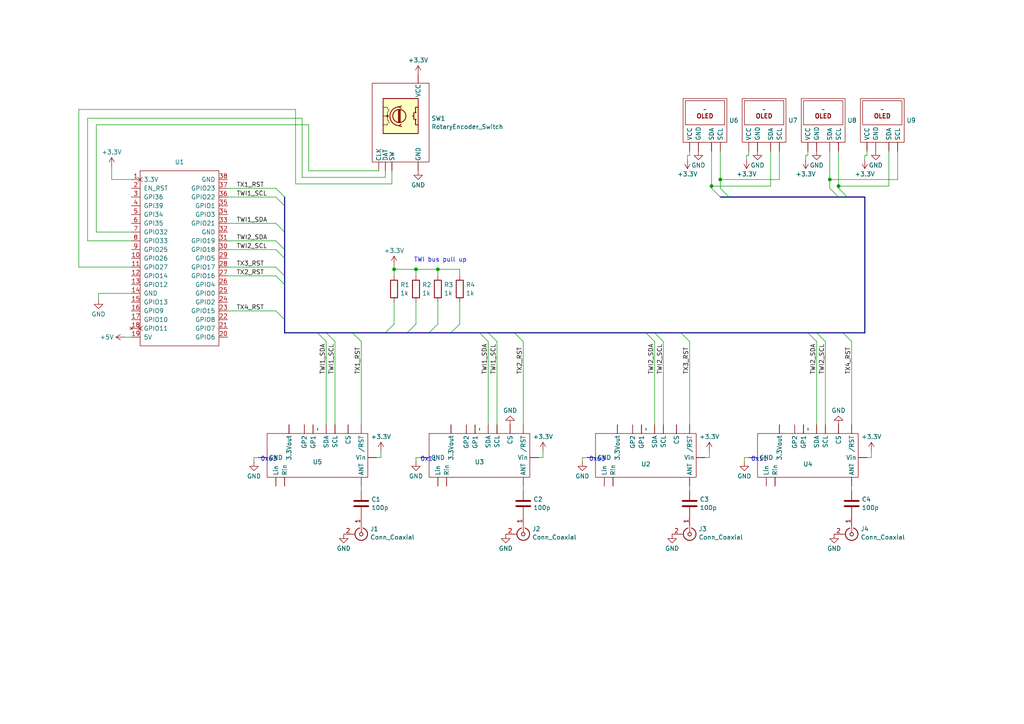
<source format=kicad_sch>
(kicad_sch (version 20231120) (generator "eeschema") (generator_version "8.0")
  (paper "A4")
  (lib_symbols
    (symbol "Connector:Conn_Coaxial" (pin_names (offset 1.016) hide)
      (property "Reference" "J" (at 0.254 3.048 0))
      (property "Value" "Conn_Coaxial" (at 2.921 0 90))
      (symbol "Conn_Coaxial_0_1"
        (arc (start -1.778 -0.508) (mid 0.2311 -1.8066) (end 1.778 0) (stroke (width 0.254)))
        (polyline (pts (xy -2.54 0) (xy -0.508 0)))
        (polyline (pts (xy 0 -2.54) (xy 0 -1.778)))
        (circle (center 0 0) (radius 0.508) (stroke (width 0.2032)))
        (arc (start 1.778 0) (mid 0.2099 1.8101) (end -1.778 0.508) (stroke (width 0.254)))
      )
      (symbol "Conn_Coaxial_1_1"
        (pin passive line (at -5.08 0 0) (length 2.54) (name "In") (number "1"))
        (pin passive line (at 0 -5.08 90) (length 2.54) (name "Ext") (number "2"))
      )
    )
    (symbol "Device:C" (pin_numbers hide) (pin_names (offset 0.254))
      (property "Reference" "C" (at 0.635 2.54 0))
      (property "Value" "C" (at 0.635 -2.54 0))
      (symbol "C_0_1"
        (polyline (pts (xy -2.032 -0.762) (xy 2.032 -0.762)) (stroke (width 0.508)))
        (polyline (pts (xy -2.032 0.762) (xy 2.032 0.762)) (stroke (width 0.508)))
      )
      (symbol "C_1_1"
        (pin passive line (at 0 3.81 270) (length 2.794) (name "~") (number "1"))
        (pin passive line (at 0 -3.81 90) (length 2.794) (name "~") (number "2"))
      )
    )
    (symbol "Device:R" (pin_numbers hide) (pin_names (offset 0))
      (property "Reference" "R" (at 2.032 0 90))
      (property "Value" "R" (at 0 0 90))
      (symbol "R_0_1"
        (rectangle (start -1.016 -2.54) (end 1.016 2.54) (stroke (width 0.254)))
      )
      (symbol "R_1_1"
        (pin passive line (at 0 3.81 270) (length 1.27) (name "~") (number "1"))
        (pin passive line (at 0 -3.81 90) (length 1.27) (name "~") (number "2"))
      )
    )
    (symbol "esp32:esp32_38_pins-custom_library" (pin_names (offset 1.016))
      (property "Reference" "U" (at -1.27 8.89 0))
      (property "Value" "esp32_38_pins-custom_library" (at 12.7 -44.45 0))
      (property "Footprint" "esp32_lora_v2:esp32_devkitv4_38pin" (at 10.16 -45.72 0))
      (symbol "esp32_38_pins-custom_library_0_1"
        (rectangle (start -2.54 7.62) (end 20.32 -43.18))
      )
      (symbol "esp32_38_pins-custom_library_1_1"
        (pin power_out non_logic (at -5.08 5.08 0) (length 2.54) (name "3.3V") (number "1"))
        (pin bidirectional line (at -5.08 -17.78 0) (length 2.54) (name "GPIO26") (number "10"))
        (pin bidirectional line (at -5.08 -20.32 0) (length 2.54) (name "GPIO27") (number "11"))
        (pin bidirectional line (at -5.08 -22.86 0) (length 2.54) (name "GPIO14") (number "12"))
        (pin bidirectional line (at -5.08 -25.4 0) (length 2.54) (name "GPIO12") (number "13"))
        (pin power_in line (at -5.08 -27.94 0) (length 2.54) (name "GND") (number "14"))
        (pin bidirectional line (at -5.08 -30.48 0) (length 2.54) (name "GPIO13") (number "15"))
        (pin bidirectional line (at -5.08 -33.02 0) (length 2.54) (name "GPIO9") (number "16"))
        (pin bidirectional line (at -5.08 -35.56 0) (length 2.54) (name "GPIO10") (number "17"))
        (pin no_connect non_logic (at -5.08 -38.1 0) (length 2.54) (name "GPIO11") (number "18"))
        (pin power_in line (at -5.08 -40.64 0) (length 2.54) (name "5V") (number "19"))
        (pin bidirectional line (at -5.08 2.54 0) (length 2.54) (name "EN_RST") (number "2"))
        (pin bidirectional line (at 22.86 -40.64 180) (length 2.54) (name "GPIO6") (number "20"))
        (pin bidirectional line (at 22.86 -38.1 180) (length 2.54) (name "GPIO7") (number "21"))
        (pin bidirectional line (at 22.86 -35.56 180) (length 2.54) (name "GPIO8") (number "22"))
        (pin bidirectional line (at 22.86 -33.02 180) (length 2.54) (name "GPIO15") (number "23"))
        (pin bidirectional line (at 22.86 -30.48 180) (length 2.54) (name "GPIO2") (number "24"))
        (pin bidirectional line (at 22.86 -27.94 180) (length 2.54) (name "GPIO0") (number "25"))
        (pin bidirectional line (at 22.86 -25.4 180) (length 2.54) (name "GPIO4") (number "26"))
        (pin bidirectional line (at 22.86 -22.86 180) (length 2.54) (name "GPIO16") (number "27"))
        (pin bidirectional line (at 22.86 -20.32 180) (length 2.54) (name "GPIO17") (number "28"))
        (pin bidirectional line (at 22.86 -17.78 180) (length 2.54) (name "GPIO5") (number "29"))
        (pin input line (at -5.08 0 0) (length 2.54) (name "GPI36") (number "3"))
        (pin bidirectional line (at 22.86 -15.24 180) (length 2.54) (name "GPIO18") (number "30"))
        (pin bidirectional line (at 22.86 -12.7 180) (length 2.54) (name "GPIO19") (number "31"))
        (pin tri_state line (at 22.86 -10.16 180) (length 2.54) (name "GND") (number "32"))
        (pin bidirectional line (at 22.86 -7.62 180) (length 2.54) (name "GPIO21") (number "33"))
        (pin bidirectional line (at 22.86 -5.08 180) (length 2.54) (name "GPIO3") (number "34"))
        (pin bidirectional line (at 22.86 -2.54 180) (length 2.54) (name "GPIO1") (number "35"))
        (pin bidirectional line (at 22.86 0 180) (length 2.54) (name "GPIO22") (number "36"))
        (pin bidirectional line (at 22.86 2.54 180) (length 2.54) (name "GPIO23") (number "37"))
        (pin passive line (at 22.86 5.08 180) (length 2.54) (name "GND") (number "38"))
        (pin input line (at -5.08 -2.54 0) (length 2.54) (name "GPI39") (number "4"))
        (pin input line (at -5.08 -5.08 0) (length 2.54) (name "GPI34") (number "5"))
        (pin input line (at -5.08 -7.62 0) (length 2.54) (name "GPI35") (number "6"))
        (pin bidirectional line (at -5.08 -10.16 0) (length 2.54) (name "GPIO32") (number "7"))
        (pin bidirectional line (at -5.08 -12.7 0) (length 2.54) (name "GPIO33") (number "8"))
        (pin bidirectional line (at -5.08 -15.24 0) (length 2.54) (name "GPIO25") (number "9"))
      )
    )
    (symbol "oled:ssd1306-oled"
      (property "Reference" "U" (at 0 0.635 0))
      (symbol "ssd1306-oled_0_1"
        (rectangle (start -6.35 3.175) (end 6.35 -9.525))
        (rectangle (start -5.715 2.54) (end 5.715 -4.445))
      )
      (symbol "ssd1306-oled_1_1"
        (text "OLED" (at 0 -1.905 0) (effects (font (size 1.27 1.27) (bold yes))))
        (pin power_in line (at -1.905 -12.065 90) (length 2.54) (name "GND") (number ""))
        (pin bidirectional line (at 4.445 -12.065 90) (length 2.54) (name "SCL") (number ""))
        (pin bidirectional line (at 1.905 -12.065 90) (length 2.54) (name "SDA") (number ""))
        (pin power_in line (at -4.445 -12.065 90) (length 2.54) (name "VCC") (number ""))
      )
    )
    (symbol "power:+3.3V" (power) (pin_names (offset 0))
      (property "Value" "+3.3V" (at 0 3.556 0))
      (symbol "+3.3V_0_1"
        (polyline (pts (xy -0.762 1.27) (xy 0 2.54)))
        (polyline (pts (xy 0 0) (xy 0 2.54)))
        (polyline (pts (xy 0 2.54) (xy 0.762 1.27)))
      )
      (symbol "+3.3V_1_1"
        (pin power_in line (at 0 0 90) (length 0) hide (name "+3.3V") (number "1"))
      )
    )
    (symbol "power:+5V" (power) (pin_names (offset 0))
      (property "Value" "+5V" (at 0 3.556 0))
      (symbol "+5V_0_1"
        (polyline (pts (xy -0.762 1.27) (xy 0 2.54)))
        (polyline (pts (xy 0 0) (xy 0 2.54)))
        (polyline (pts (xy 0 2.54) (xy 0.762 1.27)))
      )
      (symbol "+5V_1_1"
        (pin power_in line (at 0 0 90) (length 0) hide (name "+5V") (number "1"))
      )
    )
    (symbol "power:GND" (power) (pin_names (offset 0))
      (property "Value" "GND" (at 0 -3.81 0))
      (symbol "GND_0_1"
        (polyline (pts (xy 0 0) (xy 0 -1.27) (xy 1.27 -1.27) (xy 0 -2.54) (xy -1.27 -1.27) (xy 0 -1.27)))
      )
      (symbol "GND_1_1"
        (pin power_in line (at 0 0 270) (length 0) hide (name "GND") (number "1"))
      )
    )
    (symbol "rotary:RotaryEncoder_Switch" (pin_names (offset 0.254))
      (property "Reference" "SW" (at 0 6.604 0))
      (property "Value" "RotaryEncoder_Switch" (at 0 -6.604 0))
      (symbol "RotaryEncoder_Switch_0_1"
        (rectangle (start -5.08 5.08) (end 5.08 -5.08) (stroke (width 0.254)) (fill (type background)))
        (circle (center -3.81 0) (radius 0.254) (fill (type outline)))
        (circle (center -0.381 0) (radius 1.905) (stroke (width 0.254)))
        (arc (start -0.381 2.667) (mid -3.0988 -0.0635) (end -0.381 -2.794) (stroke (width 0.254)))
        (polyline (pts (xy -0.635 -1.778) (xy -0.635 1.778)) (stroke (width 0.254)))
        (polyline (pts (xy -0.381 -1.778) (xy -0.381 1.778)) (stroke (width 0.254)))
        (polyline (pts (xy -0.127 1.778) (xy -0.127 -1.778)) (stroke (width 0.254)))
        (polyline (pts (xy 3.81 0) (xy 3.429 0)) (stroke (width 0.254)))
        (polyline (pts (xy 3.81 1.016) (xy 3.81 -1.016)) (stroke (width 0.254)))
        (polyline (pts (xy -5.08 -2.54) (xy -3.81 -2.54) (xy -3.81 -2.032)))
        (polyline (pts (xy -5.08 2.54) (xy -3.81 2.54) (xy -3.81 2.032)))
        (polyline (pts (xy 0.254 -3.048) (xy -0.508 -2.794) (xy 0.127 -2.413)) (stroke (width 0.254)))
        (polyline (pts (xy 0.254 2.921) (xy -0.508 2.667) (xy 0.127 2.286)) (stroke (width 0.254)))
        (polyline (pts (xy 5.08 -2.54) (xy 4.318 -2.54) (xy 4.318 -1.016)) (stroke (width 0.254)))
        (polyline (pts (xy 5.08 2.54) (xy 4.318 2.54) (xy 4.318 1.016)) (stroke (width 0.254)))
        (polyline (pts (xy -5.08 0) (xy -3.81 0) (xy -3.81 -1.016) (xy -3.302 -2.032)))
        (polyline (pts (xy -4.318 0) (xy -3.81 0) (xy -3.81 1.016) (xy -3.302 2.032)))
        (circle (center 4.318 -1.016) (radius 0.127) (stroke (width 0.254)))
        (circle (center 4.318 1.016) (radius 0.127) (stroke (width 0.254)))
      )
      (symbol "RotaryEncoder_Switch_1_1"
        (rectangle (start -8.255 9.525) (end 8.255 -13.335))
        (pin output line (at -6.35 -15.875 90) (length 2.54) (name "CLK") (number ""))
        (pin output line (at -4.445 -15.875 90) (length 2.54) (name "DAT") (number ""))
        (pin power_in line (at 5.08 -15.875 90) (length 2.54) (name "GND") (number ""))
        (pin output line (at -2.54 -15.875 90) (length 2.54) (name "SW") (number ""))
        (pin power_in line (at 5.08 12.065 270) (length 2.54) (name "VCC") (number ""))
      )
    )
    (symbol "si4713:si4713_breakout"
      (property "Reference" "U" (at 8.89 1.905 0))
      (symbol "si4713_breakout_0_1"
        (rectangle (start 1.27 14.605) (end 13.97 -14.605))
      )
      (symbol "si4713_breakout_1_1"
        (pin input line (at -1.27 12.7 0) (length 2.54) (name "/RST") (number ""))
        (pin power_out line (at -1.27 -8.255 0) (length 2.54) (name "3.3Vout") (number ""))
        (pin output line (at 16.51 12.7 180) (length 2.54) (name "ANT") (number ""))
        (pin input line (at -1.27 8.89 0) (length 2.54) (name "CS") (number ""))
        (pin power_in line (at 8.255 -17.145 90) (length 2.54) (name "GND") (number ""))
        (pin bidirectional line (at -1.27 -1.27 0) (length 2.54) (name "GP1") (number ""))
        (pin bidirectional line (at -1.27 -3.81 0) (length 2.54) (name "GP2") (number ""))
        (pin input line (at 16.51 -12.065 180) (length 2.54) (name "Lin") (number ""))
        (pin input line (at 16.51 -9.525 180) (length 2.54) (name "Rin") (number ""))
        (pin bidirectional line (at -1.27 5.08 0) (length 2.54) (name "SCL") (number ""))
        (pin bidirectional line (at -1.27 2.54 0) (length 2.54) (name "SDA") (number ""))
        (pin power_in line (at 8.255 17.145 270) (length 2.54) (name "Vin") (number ""))
      )
    )
  )
  (junction (at 127 78.105))
  (junction (at 208.915 52.07))
  (junction (at 240.665 52.07))
  (junction (at 243.205 53.975))
  (junction (at 206.375 53.975))
  (junction (at 114.3 78.105))
  (junction (at 120.65 78.105))
  (bus_entry (at 80.01 64.77) (size 2.54 2.54))
  (bus_entry (at 234.315 96.52) (size 2.54 2.54))
  (bus_entry (at 139.065 96.52) (size 2.54 2.54))
  (bus_entry (at 94.615 96.52) (size 2.54 2.54))
  (bus_entry (at 236.855 96.52) (size 2.54 2.54))
  (bus_entry (at 133.35 93.98) (size -2.54 2.54))
  (bus_entry (at 92.075 96.52) (size 2.54 2.54))
  (bus_entry (at 208.915 57.15) (size -2.54 -2.54))
  (bus_entry (at 244.475 96.52) (size 2.54 2.54))
  (bus_entry (at 80.01 54.61) (size 2.54 2.54))
  (bus_entry (at 245.745 57.15) (size -2.54 -2.54))
  (bus_entry (at 141.605 96.52) (size 2.54 2.54))
  (bus_entry (at 189.865 96.52) (size 2.54 2.54))
  (bus_entry (at 80.01 72.39) (size 2.54 2.54))
  (bus_entry (at 127 93.98) (size -2.54 2.54))
  (bus_entry (at 114.3 93.98) (size -2.54 2.54))
  (bus_entry (at 80.01 90.17) (size 2.54 2.54))
  (bus_entry (at 80.01 69.85) (size 2.54 2.54))
  (bus_entry (at 187.325 96.52) (size 2.54 2.54))
  (bus_entry (at 243.205 57.15) (size -2.54 -2.54))
  (bus_entry (at 80.01 77.47) (size 2.54 2.54))
  (bus_entry (at 149.225 96.52) (size 2.54 2.54))
  (bus_entry (at 211.455 57.15) (size -2.54 -2.54))
  (bus_entry (at 120.65 93.98) (size -2.54 2.54))
  (bus_entry (at 80.01 80.01) (size 2.54 2.54))
  (bus_entry (at 197.485 96.52) (size 2.54 2.54))
  (bus_entry (at 80.01 57.15) (size 2.54 2.54))
  (bus_entry (at 102.235 96.52) (size 2.54 2.54))
  (bus (pts (xy 149.225 96.52) (xy 187.325 96.52)))
  (wire (pts (xy 66.04 69.85) (xy 80.01 69.85)))
  (wire (pts (xy 66.04 90.17) (xy 80.01 90.17)))
  (wire (pts (xy 157.48 132.715) (xy 157.48 130.81)))
  (wire (pts (xy 251.46 132.715) (xy 252.73 132.715)))
  (wire (pts (xy 38.1 97.79) (xy 36.195 97.79)))
  (bus (pts (xy 187.325 96.52) (xy 189.865 96.52)))
  (wire (pts (xy 89.535 36.195) (xy 89.535 49.53)))
  (wire (pts (xy 208.915 52.07) (xy 208.915 54.61)))
  (wire (pts (xy 217.17 45.085) (xy 217.17 43.815)))
  (wire (pts (xy 27.94 67.31) (xy 27.94 36.195)))
  (bus (pts (xy 139.065 96.52) (xy 141.605 96.52)))
  (wire (pts (xy 32.385 52.07) (xy 32.385 48.26)))
  (bus (pts (xy 211.455 57.15) (xy 243.205 57.15)))
  (wire (pts (xy 199.39 45.085) (xy 200.025 45.085)))
  (wire (pts (xy 170.18 132.715) (xy 168.91 132.715)))
  (wire (pts (xy 73.66 132.715) (xy 73.66 133.985)))
  (wire (pts (xy 120.65 87.63) (xy 120.65 93.98)))
  (wire (pts (xy 151.765 99.06) (xy 151.765 123.19)))
  (bus (pts (xy 124.46 96.52) (xy 130.81 96.52)))
  (wire (pts (xy 120.65 78.105) (xy 127 78.105)))
  (wire (pts (xy 199.39 46.355) (xy 199.39 45.085)))
  (wire (pts (xy 215.9 132.715) (xy 215.9 133.985)))
  (bus (pts (xy 236.855 96.52) (xy 244.475 96.52)))
  (wire (pts (xy 226.06 52.07) (xy 208.915 52.07)))
  (wire (pts (xy 114.3 78.105) (xy 114.3 80.01)))
  (wire (pts (xy 120.65 132.715) (xy 120.65 133.985)))
  (wire (pts (xy 189.865 99.06) (xy 189.865 123.19)))
  (wire (pts (xy 133.35 78.105) (xy 133.35 80.01)))
  (wire (pts (xy 85.725 53.34) (xy 85.725 31.75)))
  (wire (pts (xy 226.06 43.815) (xy 226.06 52.07)))
  (wire (pts (xy 156.21 132.715) (xy 157.48 132.715)))
  (wire (pts (xy 104.775 142.24) (xy 104.775 140.97)))
  (wire (pts (xy 66.04 57.15) (xy 80.01 57.15)))
  (wire (pts (xy 66.04 54.61) (xy 80.01 54.61)))
  (wire (pts (xy 206.375 43.815) (xy 206.375 53.975)))
  (wire (pts (xy 85.725 53.34) (xy 113.665 53.34)))
  (bus (pts (xy 82.55 74.93) (xy 82.55 80.01)))
  (wire (pts (xy 144.145 99.06) (xy 144.145 123.19)))
  (bus (pts (xy 82.55 82.55) (xy 82.55 92.71)))
  (wire (pts (xy 97.155 99.06) (xy 97.155 123.19)))
  (wire (pts (xy 257.81 43.815) (xy 257.81 53.975)))
  (wire (pts (xy 208.915 43.815) (xy 208.915 52.07)))
  (wire (pts (xy 28.575 85.09) (xy 28.575 86.995)))
  (wire (pts (xy 200.025 45.085) (xy 200.025 43.815)))
  (wire (pts (xy 87.63 34.29) (xy 87.63 51.435)))
  (bus (pts (xy 82.55 72.39) (xy 82.55 74.93)))
  (wire (pts (xy 223.52 43.815) (xy 223.52 53.975)))
  (wire (pts (xy 87.63 51.435) (xy 111.76 51.435)))
  (wire (pts (xy 133.35 87.63) (xy 133.35 93.98)))
  (bus (pts (xy 244.475 96.52) (xy 250.825 96.52)))
  (wire (pts (xy 252.73 132.715) (xy 252.73 130.81)))
  (wire (pts (xy 114.3 76.835) (xy 114.3 78.105)))
  (bus (pts (xy 102.235 96.52) (xy 111.76 96.52)))
  (wire (pts (xy 243.205 43.815) (xy 243.205 53.975)))
  (wire (pts (xy 141.605 99.06) (xy 141.605 123.19)))
  (bus (pts (xy 141.605 96.52) (xy 149.225 96.52)))
  (bus (pts (xy 208.915 57.15) (xy 211.455 57.15)))
  (wire (pts (xy 25.4 69.85) (xy 38.1 69.85)))
  (wire (pts (xy 127 78.105) (xy 127 80.01)))
  (bus (pts (xy 92.075 96.52) (xy 94.615 96.52)))
  (wire (pts (xy 22.86 77.47) (xy 22.86 31.75)))
  (wire (pts (xy 121.92 132.715) (xy 120.65 132.715)))
  (wire (pts (xy 200.025 99.06) (xy 200.025 123.19)))
  (wire (pts (xy 38.1 52.07) (xy 32.385 52.07)))
  (wire (pts (xy 66.04 80.01) (xy 80.01 80.01)))
  (wire (pts (xy 240.665 52.07) (xy 240.665 54.61)))
  (wire (pts (xy 250.825 46.355) (xy 250.825 45.085)))
  (wire (pts (xy 216.535 46.355) (xy 216.535 45.085)))
  (wire (pts (xy 27.94 36.195) (xy 89.535 36.195)))
  (wire (pts (xy 233.68 45.085) (xy 234.315 45.085)))
  (wire (pts (xy 109.22 132.715) (xy 110.49 132.715)))
  (wire (pts (xy 260.35 52.07) (xy 260.35 43.815)))
  (bus (pts (xy 243.205 57.15) (xy 245.745 57.15)))
  (bus (pts (xy 111.76 96.52) (xy 118.11 96.52)))
  (bus (pts (xy 82.55 96.52) (xy 92.075 96.52)))
  (wire (pts (xy 38.1 85.09) (xy 28.575 85.09)))
  (bus (pts (xy 94.615 96.52) (xy 102.235 96.52)))
  (bus (pts (xy 245.745 57.15) (xy 250.825 57.15)))
  (wire (pts (xy 94.615 99.06) (xy 94.615 123.19)))
  (wire (pts (xy 240.665 43.815) (xy 240.665 52.07)))
  (wire (pts (xy 127 78.105) (xy 133.35 78.105)))
  (bus (pts (xy 82.55 57.15) (xy 82.55 59.69)))
  (wire (pts (xy 247.015 99.06) (xy 247.015 123.19)))
  (bus (pts (xy 197.485 96.52) (xy 234.315 96.52)))
  (wire (pts (xy 192.405 99.06) (xy 192.405 123.19)))
  (wire (pts (xy 223.52 53.975) (xy 206.375 53.975)))
  (wire (pts (xy 216.535 45.085) (xy 217.17 45.085)))
  (wire (pts (xy 111.76 49.53) (xy 111.76 51.435)))
  (wire (pts (xy 233.68 46.355) (xy 233.68 45.085)))
  (wire (pts (xy 27.94 67.31) (xy 38.1 67.31)))
  (bus (pts (xy 250.825 96.52) (xy 250.825 57.15)))
  (wire (pts (xy 22.86 31.75) (xy 85.725 31.75)))
  (bus (pts (xy 130.81 96.52) (xy 139.065 96.52)))
  (wire (pts (xy 239.395 99.06) (xy 239.395 123.19)))
  (bus (pts (xy 234.315 96.52) (xy 236.855 96.52)))
  (wire (pts (xy 247.015 142.24) (xy 247.015 140.97)))
  (wire (pts (xy 200.025 142.24) (xy 200.025 140.97)))
  (wire (pts (xy 250.825 45.085) (xy 251.46 45.085)))
  (wire (pts (xy 66.04 72.39) (xy 80.01 72.39)))
  (wire (pts (xy 168.91 132.715) (xy 168.91 133.985)))
  (wire (pts (xy 109.855 49.53) (xy 89.535 49.53)))
  (bus (pts (xy 82.55 92.71) (xy 82.55 96.52)))
  (wire (pts (xy 110.49 132.715) (xy 110.49 130.81)))
  (wire (pts (xy 243.205 53.975) (xy 243.205 54.61)))
  (bus (pts (xy 118.11 96.52) (xy 124.46 96.52)))
  (wire (pts (xy 25.4 34.29) (xy 87.63 34.29)))
  (bus (pts (xy 189.865 96.52) (xy 197.485 96.52)))
  (wire (pts (xy 217.17 132.715) (xy 215.9 132.715)))
  (wire (pts (xy 104.775 99.06) (xy 104.775 123.19)))
  (wire (pts (xy 114.3 78.105) (xy 120.65 78.105)))
  (bus (pts (xy 82.55 80.01) (xy 82.55 82.55)))
  (wire (pts (xy 251.46 45.085) (xy 251.46 43.815)))
  (wire (pts (xy 234.315 45.085) (xy 234.315 43.815)))
  (wire (pts (xy 22.86 77.47) (xy 38.1 77.47)))
  (wire (pts (xy 205.74 132.715) (xy 205.74 130.81)))
  (wire (pts (xy 204.47 132.715) (xy 205.74 132.715)))
  (wire (pts (xy 25.4 34.29) (xy 25.4 69.85)))
  (wire (pts (xy 66.04 64.77) (xy 80.01 64.77)))
  (wire (pts (xy 120.65 78.105) (xy 120.65 80.01)))
  (bus (pts (xy 82.55 67.31) (xy 82.55 72.39)))
  (wire (pts (xy 114.3 87.63) (xy 114.3 93.98)))
  (bus (pts (xy 82.55 67.31) (xy 82.55 59.69)))
  (wire (pts (xy 206.375 53.975) (xy 206.375 54.61)))
  (wire (pts (xy 240.665 52.07) (xy 260.35 52.07)))
  (wire (pts (xy 236.855 99.06) (xy 236.855 123.19)))
  (wire (pts (xy 66.04 77.47) (xy 80.01 77.47)))
  (wire (pts (xy 127 87.63) (xy 127 93.98)))
  (wire (pts (xy 74.93 132.715) (xy 73.66 132.715)))
  (wire (pts (xy 151.765 142.24) (xy 151.765 140.97)))
  (wire (pts (xy 257.81 53.975) (xy 243.205 53.975)))
  (wire (pts (xy 113.665 49.53) (xy 113.665 53.34)))
  (text "TWI bus pull up" (at 120.015 76.2 0) (effects (font (size 1.27 1.27)) (justify left bottom)))
  (text "0x11" (at 121.92 133.985 0) (effects (font (size 1.27 1.27)) (justify left bottom)))
  (text "0x11" (at 217.805 133.985 0) (effects (font (size 1.27 1.27)) (justify left bottom)))
  (text "0x63" (at 75.565 133.985 0) (effects (font (size 1.27 1.27)) (justify left bottom)))
  (text "0x63" (at 170.815 133.985 0) (effects (font (size 1.27 1.27)) (justify left bottom)))
  (label "TX2_RST" (at 68.58 80.01 0))
  (label "TWI1_SDA" (at 141.605 108.585 90))
  (label "TX4_RST" (at 247.015 108.585 90))
  (label "TWI2_SDA" (at 189.865 108.585 90))
  (label "TWI2_SDA" (at 236.855 108.585 90))
  (label "TWI2_SCL" (at 68.58 72.39 0))
  (label "TWI1_SCL" (at 144.145 108.585 90))
  (label "TWI1_SCL" (at 97.155 108.585 90))
  (label "TX4_RST" (at 68.58 90.17 0))
  (label "TWI2_SDA" (at 68.58 69.85 0))
  (label "TWI1_SCL" (at 68.58 57.15 0))
  (label "TX3_RST" (at 68.58 77.47 0))
  (label "TX2_RST" (at 151.765 108.585 90))
  (label "TWI1_SDA" (at 94.615 108.585 90))
  (label "TWI2_SCL" (at 239.395 108.585 90))
  (label "TX1_RST" (at 68.58 54.61 0))
  (label "TX1_RST" (at 104.775 108.585 90))
  (label "TX3_RST" (at 200.025 108.585 90))
  (label "TWI2_SCL" (at 192.405 108.585 90))
  (label "TWI1_SDA" (at 68.58 64.77 0))
  (symbol (lib_id "power:GND") (at 28.575 86.995 0) (unit 1)
    (property "Reference" "#PWR012" (effects (hide yes)))
    (property "Value" "GND" (at 28.575 91.1281 0))
  )
  (symbol (lib_id "power:GND") (at 147.955 123.19 180) (unit 1)
    (property "Reference" "#PWR010" (effects (hide yes)))
    (property "Value" "GND" (at 147.955 119.0569 0))
  )
  (symbol (lib_id "si4713:si4713_breakout") (at 139.065 124.46 270) (unit 1)
    (property "Reference" "U3" (at 139.065 133.985 90))
    (property "Value" "~" (at 139.065 124.46 0))
  )
  (symbol (lib_id "power:GND") (at 236.855 43.815 0) (unit 1)
    (property "Reference" "#PWR023" (effects (hide yes)))
    (property "Value" "GND" (at 236.855 47.9481 0))
  )
  (symbol (lib_id "power:GND") (at 146.685 154.94 0) (unit 1)
    (property "Reference" "#PWR026" (effects (hide yes)))
    (property "Value" "GND" (at 146.685 159.0731 0))
  )
  (symbol (lib_id "power:+3.3V") (at 252.73 130.81 0) (unit 1)
    (property "Reference" "#PWR09" (effects (hide yes)))
    (property "Value" "+3.3V" (at 252.73 126.6769 0))
  )
  (symbol (lib_id "power:GND") (at 219.71 43.815 0) (unit 1)
    (property "Reference" "#PWR022" (effects (hide yes)))
    (property "Value" "GND" (at 219.71 47.9481 0))
  )
  (symbol (lib_id "Device:R") (at 114.3 83.82 0) (unit 1)
    (property "Reference" "R1" (at 116.078 82.6079 0) (effects (justify left)))
    (property "Value" "1k" (at 116.078 85.0321 0) (effects (justify left)))
  )
  (symbol (lib_id "power:GND") (at 73.66 133.985 0) (unit 1)
    (property "Reference" "#PWR01" (effects (hide yes)))
    (property "Value" "GND" (at 73.66 138.1181 0))
  )
  (symbol (lib_id "power:+3.3V") (at 199.39 46.355 180) (unit 1)
    (property "Reference" "#PWR017" (effects (hide yes)))
    (property "Value" "+3.3V" (at 199.39 50.4881 0))
  )
  (symbol (lib_id "power:+3.3V") (at 205.74 130.81 0) (unit 1)
    (property "Reference" "#PWR08" (effects (hide yes)))
    (property "Value" "+3.3V" (at 205.74 126.6769 0))
  )
  (symbol (lib_id "power:+3.3V") (at 110.49 130.81 0) (unit 1)
    (property "Reference" "#PWR06" (effects (hide yes)))
    (property "Value" "+3.3V" (at 110.49 126.6769 0))
  )
  (symbol (lib_id "power:+3.3V") (at 32.385 48.26 0) (unit 1)
    (property "Reference" "#PWR05" (effects (hide yes)))
    (property "Value" "+3.3V" (at 32.385 44.1269 0))
  )
  (symbol (lib_id "oled:ssd1306-oled") (at 238.76 31.75 0) (unit 1)
    (property "Reference" "U8" (at 245.745 34.925 0) (effects (justify left)))
    (property "Value" "~" (at 238.76 31.75 0))
  )
  (symbol (lib_id "Device:R") (at 127 83.82 0) (unit 1)
    (property "Reference" "R3" (at 128.778 82.6079 0) (effects (justify left)))
    (property "Value" "1k" (at 128.778 85.0321 0) (effects (justify left)))
  )
  (symbol (lib_id "Device:R") (at 120.65 83.82 0) (unit 1)
    (property "Reference" "R2" (at 122.428 82.6079 0) (effects (justify left)))
    (property "Value" "1k" (at 122.428 85.0321 0) (effects (justify left)))
  )
  (symbol (lib_id "esp32:esp32_38_pins-custom_library") (at 43.18 57.15 0) (unit 1)
    (property "Reference" "U1" (at 52.07 46.99 0))
    (property "Value" "esp32_38_pins-custom_library" (effects (hide yes)))
    (property "Footprint" "esp32_lora_v2:esp32_devkitv4_38pin" (effects (hide yes)))
  )
  (symbol (lib_id "Device:R") (at 133.35 83.82 0) (unit 1)
    (property "Reference" "R4" (at 135.128 82.6079 0) (effects (justify left)))
    (property "Value" "1k" (at 135.128 85.0321 0) (effects (justify left)))
  )
  (symbol (lib_id "Device:C") (at 151.765 146.05 0) (unit 1)
    (property "Reference" "C2" (at 154.686 144.8379 0) (effects (justify left)))
    (property "Value" "100p" (at 154.686 147.2621 0) (effects (justify left)))
  )
  (symbol (lib_id "power:GND") (at 202.565 43.815 0) (unit 1)
    (property "Reference" "#PWR021" (effects (hide yes)))
    (property "Value" "GND" (at 202.565 47.9481 0))
  )
  (symbol (lib_id "power:GND") (at 241.935 154.94 0) (unit 1)
    (property "Reference" "#PWR028" (effects (hide yes)))
    (property "Value" "GND" (at 241.935 159.0731 0))
  )
  (symbol (lib_id "si4713:si4713_breakout") (at 92.075 124.46 270) (unit 1)
    (property "Reference" "U5" (at 92.075 133.985 90))
    (property "Value" "~" (at 92.075 124.46 0))
  )
  (symbol (lib_id "Device:C") (at 200.025 146.05 0) (unit 1)
    (property "Reference" "C3" (at 202.946 144.8379 0) (effects (justify left)))
    (property "Value" "100p" (at 202.946 147.2621 0) (effects (justify left)))
  )
  (symbol (lib_id "Device:C") (at 247.015 146.05 0) (unit 1)
    (property "Reference" "C4" (at 249.936 144.8379 0) (effects (justify left)))
    (property "Value" "100p" (at 249.936 147.2621 0) (effects (justify left)))
  )
  (symbol (lib_id "power:+3.3V") (at 216.535 46.355 180) (unit 1)
    (property "Reference" "#PWR018" (effects (hide yes)))
    (property "Value" "+3.3V" (at 216.535 50.4881 0))
  )
  (symbol (lib_id "power:+3.3V") (at 233.68 46.355 180) (unit 1)
    (property "Reference" "#PWR019" (effects (hide yes)))
    (property "Value" "+3.3V" (at 233.68 50.4881 0))
  )
  (symbol (lib_id "oled:ssd1306-oled") (at 204.47 31.75 0) (unit 1)
    (property "Reference" "U6" (at 211.455 34.925 0) (effects (justify left)))
    (property "Value" "~" (at 204.47 31.75 0))
  )
  (symbol (lib_id "power:+5V") (at 36.195 97.79 90) (unit 1)
    (property "Reference" "#PWR013" (effects (hide yes)))
    (property "Value" "+5V" (at 33.0201 97.79 90) (effects (justify left)))
  )
  (symbol (lib_id "power:GND") (at 120.65 133.985 0) (unit 1)
    (property "Reference" "#PWR02" (effects (hide yes)))
    (property "Value" "GND" (at 120.65 138.1181 0))
  )
  (symbol (lib_id "Connector:Conn_Coaxial") (at 151.765 154.94 270) (unit 1)
    (property "Reference" "J2" (at 154.3536 153.4104 90) (effects (justify left)))
    (property "Value" "Conn_Coaxial" (at 154.3536 155.8346 90) (effects (justify left)))
    (property "Datasheet" " ~" (effects (hide yes)))
  )
  (symbol (lib_id "power:GND") (at 99.695 154.94 0) (unit 1)
    (property "Reference" "#PWR025" (effects (hide yes)))
    (property "Value" "GND" (at 99.695 159.0731 0))
  )
  (symbol (lib_id "oled:ssd1306-oled") (at 221.615 31.75 0) (unit 1)
    (property "Reference" "U7" (at 228.6 34.925 0) (effects (justify left)))
    (property "Value" "~" (at 221.615 31.75 0))
  )
  (symbol (lib_id "power:GND") (at 254 43.815 0) (unit 1)
    (property "Reference" "#PWR024" (effects (hide yes)))
    (property "Value" "GND" (at 254 47.9481 0))
  )
  (symbol (lib_id "power:+3.3V") (at 157.48 130.81 0) (unit 1)
    (property "Reference" "#PWR07" (effects (hide yes)))
    (property "Value" "+3.3V" (at 157.48 126.6769 0))
  )
  (symbol (lib_id "power:GND") (at 168.91 133.985 0) (unit 1)
    (property "Reference" "#PWR03" (effects (hide yes)))
    (property "Value" "GND" (at 168.91 138.1181 0))
  )
  (symbol (lib_id "power:GND") (at 215.9 133.985 0) (unit 1)
    (property "Reference" "#PWR04" (effects (hide yes)))
    (property "Value" "GND" (at 215.9 138.1181 0))
  )
  (symbol (lib_id "Connector:Conn_Coaxial") (at 104.775 154.94 270) (unit 1)
    (property "Reference" "J1" (at 107.3636 153.4104 90) (effects (justify left)))
    (property "Value" "Conn_Coaxial" (at 107.3636 155.8346 90) (effects (justify left)))
    (property "Datasheet" " ~" (effects (hide yes)))
  )
  (symbol (lib_id "power:GND") (at 194.945 154.94 0) (unit 1)
    (property "Reference" "#PWR027" (effects (hide yes)))
    (property "Value" "GND" (at 194.945 159.0731 0))
  )
  (symbol (lib_id "power:+3.3V") (at 121.285 21.59 0) (unit 1)
    (property "Reference" "#PWR015" (effects (hide yes)))
    (property "Value" "+3.3V" (at 121.285 17.4569 0))
  )
  (symbol (lib_id "power:+3.3V") (at 114.3 76.835 0) (unit 1)
    (property "Reference" "#PWR014" (effects (hide yes)))
    (property "Value" "+3.3V" (at 114.3 72.7019 0))
  )
  (symbol (lib_id "Connector:Conn_Coaxial") (at 200.025 154.94 270) (unit 1)
    (property "Reference" "J3" (at 202.6136 153.4104 90) (effects (justify left)))
    (property "Value" "Conn_Coaxial" (at 202.6136 155.8346 90) (effects (justify left)))
    (property "Datasheet" " ~" (effects (hide yes)))
  )
  (symbol (lib_id "si4713:si4713_breakout") (at 234.315 124.46 270) (unit 1)
    (property "Reference" "U4" (at 234.315 134.62 90))
    (property "Value" "~" (at 234.315 124.46 0))
  )
  (symbol (lib_id "power:GND") (at 243.205 123.19 180) (unit 1)
    (property "Reference" "#PWR011" (effects (hide yes)))
    (property "Value" "GND" (at 243.205 119.0569 0))
  )
  (symbol (lib_id "si4713:si4713_breakout") (at 187.325 124.46 270) (unit 1)
    (property "Reference" "U2" (at 187.325 134.62 90))
    (property "Value" "~" (at 187.325 124.46 0))
  )
  (symbol (lib_id "power:GND") (at 121.285 49.53 0) (unit 1)
    (property "Reference" "#PWR016" (effects (hide yes)))
    (property "Value" "GND" (at 121.285 53.6631 0))
  )
  (symbol (lib_id "Device:C") (at 104.775 146.05 0) (unit 1)
    (property "Reference" "C1" (at 107.696 144.8379 0) (effects (justify left)))
    (property "Value" "100p" (at 107.696 147.2621 0) (effects (justify left)))
  )
  (symbol (lib_id "oled:ssd1306-oled") (at 255.905 31.75 0) (unit 1)
    (property "Reference" "U9" (at 262.89 34.925 0) (effects (justify left)))
    (property "Value" "~" (at 255.905 31.75 0))
  )
  (symbol (lib_id "rotary:RotaryEncoder_Switch") (at 116.205 33.655 0) (unit 1)
    (property "Reference" "SW1" (at 125.095 34.3479 0) (effects (justify left)))
    (property "Value" "RotaryEncoder_Switch" (at 125.095 36.7721 0) (effects (justify left)))
  )
  (symbol (lib_id "power:+3.3V") (at 250.825 46.355 180) (unit 1)
    (property "Reference" "#PWR020" (effects (hide yes)))
    (property "Value" "+3.3V" (at 250.825 50.4881 0))
  )
  (symbol (lib_id "Connector:Conn_Coaxial") (at 247.015 154.94 270) (unit 1)
    (property "Reference" "J4" (at 249.6036 153.4104 90) (effects (justify left)))
    (property "Value" "Conn_Coaxial" (at 249.6036 155.8346 90) (effects (justify left)))
    (property "Datasheet" " ~" (effects (hide yes)))
  )
)
</source>
